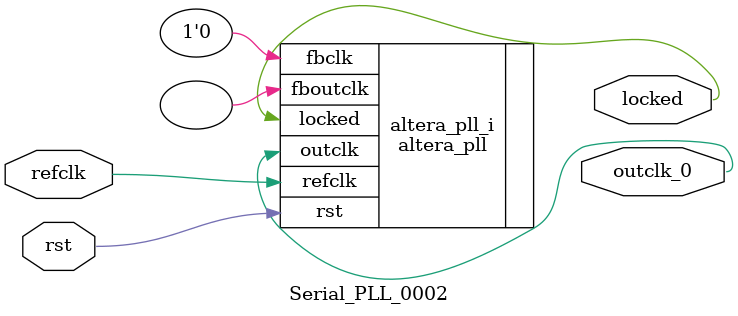
<source format=v>
`timescale 1ns/10ps
module  Serial_PLL_0002(

	// interface 'refclk'
	input wire refclk,

	// interface 'reset'
	input wire rst,

	// interface 'outclk0'
	output wire outclk_0,

	// interface 'locked'
	output wire locked
);

	altera_pll #(
		.fractional_vco_multiplier("false"),
		.reference_clock_frequency("125.0 MHz"),
		.operation_mode("direct"),
		.number_of_clocks(1),
		.output_clock_frequency0("1.843208 MHz"),
		.phase_shift0("0 ps"),
		.duty_cycle0(50),
		.output_clock_frequency1("0 MHz"),
		.phase_shift1("0 ps"),
		.duty_cycle1(50),
		.output_clock_frequency2("0 MHz"),
		.phase_shift2("0 ps"),
		.duty_cycle2(50),
		.output_clock_frequency3("0 MHz"),
		.phase_shift3("0 ps"),
		.duty_cycle3(50),
		.output_clock_frequency4("0 MHz"),
		.phase_shift4("0 ps"),
		.duty_cycle4(50),
		.output_clock_frequency5("0 MHz"),
		.phase_shift5("0 ps"),
		.duty_cycle5(50),
		.output_clock_frequency6("0 MHz"),
		.phase_shift6("0 ps"),
		.duty_cycle6(50),
		.output_clock_frequency7("0 MHz"),
		.phase_shift7("0 ps"),
		.duty_cycle7(50),
		.output_clock_frequency8("0 MHz"),
		.phase_shift8("0 ps"),
		.duty_cycle8(50),
		.output_clock_frequency9("0 MHz"),
		.phase_shift9("0 ps"),
		.duty_cycle9(50),
		.output_clock_frequency10("0 MHz"),
		.phase_shift10("0 ps"),
		.duty_cycle10(50),
		.output_clock_frequency11("0 MHz"),
		.phase_shift11("0 ps"),
		.duty_cycle11(50),
		.output_clock_frequency12("0 MHz"),
		.phase_shift12("0 ps"),
		.duty_cycle12(50),
		.output_clock_frequency13("0 MHz"),
		.phase_shift13("0 ps"),
		.duty_cycle13(50),
		.output_clock_frequency14("0 MHz"),
		.phase_shift14("0 ps"),
		.duty_cycle14(50),
		.output_clock_frequency15("0 MHz"),
		.phase_shift15("0 ps"),
		.duty_cycle15(50),
		.output_clock_frequency16("0 MHz"),
		.phase_shift16("0 ps"),
		.duty_cycle16(50),
		.output_clock_frequency17("0 MHz"),
		.phase_shift17("0 ps"),
		.duty_cycle17(50),
		.pll_type("General"),
		.pll_subtype("General")
	) altera_pll_i (
		.rst	(rst),
		.outclk	({outclk_0}),
		.locked	(locked),
		.fboutclk	( ),
		.fbclk	(1'b0),
		.refclk	(refclk)
	);
endmodule


</source>
